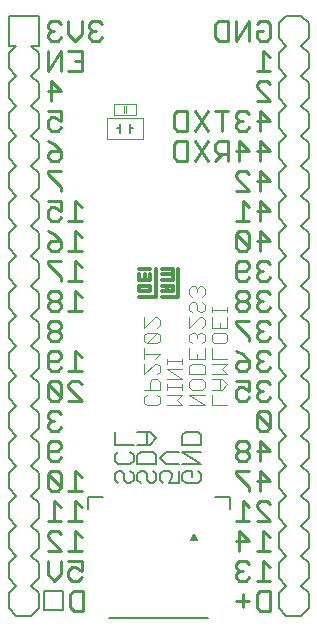
<source format=gbo>
G75*
%MOIN*%
%OFA0B0*%
%FSLAX25Y25*%
%IPPOS*%
%LPD*%
%AMOC8*
5,1,8,0,0,1.08239X$1,22.5*
%
%ADD10C,0.00900*%
%ADD11C,0.00800*%
%ADD12C,0.00400*%
%ADD13C,0.00100*%
%ADD14C,0.00600*%
%ADD15C,0.00394*%
%ADD16C,0.00500*%
%ADD17C,0.01200*%
D10*
X0017290Y0018952D02*
X0017290Y0023356D01*
X0017290Y0026750D02*
X0021693Y0026750D01*
X0017290Y0031154D01*
X0017290Y0032255D01*
X0018391Y0033356D01*
X0020592Y0033356D01*
X0021693Y0032255D01*
X0021693Y0036750D02*
X0017290Y0036750D01*
X0019492Y0036750D02*
X0019492Y0043356D01*
X0021693Y0041154D01*
X0024196Y0036750D02*
X0028599Y0036750D01*
X0026397Y0036750D02*
X0026397Y0043356D01*
X0028599Y0041154D01*
X0028599Y0046750D02*
X0024196Y0046750D01*
X0026397Y0046750D02*
X0026397Y0053356D01*
X0028599Y0051154D01*
X0021693Y0052255D02*
X0021693Y0047851D01*
X0017290Y0052255D01*
X0017290Y0047851D01*
X0018391Y0046750D01*
X0020592Y0046750D01*
X0021693Y0047851D01*
X0021693Y0052255D02*
X0020592Y0053356D01*
X0018391Y0053356D01*
X0017290Y0052255D01*
X0018391Y0056750D02*
X0017290Y0057851D01*
X0017290Y0062255D01*
X0018391Y0063356D01*
X0020592Y0063356D01*
X0021693Y0062255D01*
X0021693Y0061154D01*
X0020592Y0060053D01*
X0017290Y0060053D01*
X0018391Y0056750D02*
X0020592Y0056750D01*
X0021693Y0057851D01*
X0020592Y0066750D02*
X0018391Y0066750D01*
X0017290Y0067851D01*
X0017290Y0068952D01*
X0018391Y0070053D01*
X0019492Y0070053D01*
X0018391Y0070053D02*
X0017290Y0071154D01*
X0017290Y0072255D01*
X0018391Y0073356D01*
X0020592Y0073356D01*
X0021693Y0072255D01*
X0021693Y0067851D02*
X0020592Y0066750D01*
X0020592Y0076750D02*
X0018391Y0076750D01*
X0017290Y0077851D01*
X0017290Y0082255D01*
X0021693Y0077851D01*
X0020592Y0076750D01*
X0021693Y0077851D02*
X0021693Y0082255D01*
X0020592Y0083356D01*
X0018391Y0083356D01*
X0017290Y0082255D01*
X0018391Y0086750D02*
X0017290Y0087851D01*
X0017290Y0092255D01*
X0018391Y0093356D01*
X0020592Y0093356D01*
X0021693Y0092255D01*
X0021693Y0091154D01*
X0020592Y0090053D01*
X0017290Y0090053D01*
X0018391Y0086750D02*
X0020592Y0086750D01*
X0021693Y0087851D01*
X0024196Y0086750D02*
X0028599Y0086750D01*
X0026397Y0086750D02*
X0026397Y0093356D01*
X0028599Y0091154D01*
X0027498Y0083356D02*
X0025296Y0083356D01*
X0024196Y0082255D01*
X0024196Y0081154D01*
X0028599Y0076750D01*
X0024196Y0076750D01*
X0028599Y0082255D02*
X0027498Y0083356D01*
X0020592Y0096750D02*
X0021693Y0097851D01*
X0021693Y0098952D01*
X0020592Y0100053D01*
X0018391Y0100053D01*
X0017290Y0098952D01*
X0017290Y0097851D01*
X0018391Y0096750D01*
X0020592Y0096750D01*
X0020592Y0100053D02*
X0021693Y0101154D01*
X0021693Y0102255D01*
X0020592Y0103356D01*
X0018391Y0103356D01*
X0017290Y0102255D01*
X0017290Y0101154D01*
X0018391Y0100053D01*
X0018391Y0106750D02*
X0020592Y0106750D01*
X0021693Y0107851D01*
X0021693Y0108952D01*
X0020592Y0110053D01*
X0018391Y0110053D01*
X0017290Y0108952D01*
X0017290Y0107851D01*
X0018391Y0106750D01*
X0018391Y0110053D02*
X0017290Y0111154D01*
X0017290Y0112255D01*
X0018391Y0113356D01*
X0020592Y0113356D01*
X0021693Y0112255D01*
X0021693Y0111154D01*
X0020592Y0110053D01*
X0021693Y0116750D02*
X0021693Y0117851D01*
X0017290Y0122255D01*
X0017290Y0123356D01*
X0021693Y0123356D01*
X0020592Y0126750D02*
X0018391Y0126750D01*
X0017290Y0127851D01*
X0017290Y0128952D01*
X0018391Y0130053D01*
X0021693Y0130053D01*
X0021693Y0127851D01*
X0020592Y0126750D01*
X0021693Y0130053D02*
X0019492Y0132255D01*
X0017290Y0133356D01*
X0018391Y0136750D02*
X0017290Y0137851D01*
X0017290Y0140053D01*
X0018391Y0141154D01*
X0019492Y0141154D01*
X0021693Y0140053D01*
X0021693Y0143356D01*
X0017290Y0143356D01*
X0018391Y0136750D02*
X0020592Y0136750D01*
X0021693Y0137851D01*
X0024196Y0136750D02*
X0028599Y0136750D01*
X0026397Y0136750D02*
X0026397Y0143356D01*
X0028599Y0141154D01*
X0026397Y0133356D02*
X0026397Y0126750D01*
X0024196Y0126750D02*
X0028599Y0126750D01*
X0026397Y0123356D02*
X0026397Y0116750D01*
X0024196Y0116750D02*
X0028599Y0116750D01*
X0026397Y0113356D02*
X0026397Y0106750D01*
X0024196Y0106750D02*
X0028599Y0106750D01*
X0028599Y0111154D02*
X0026397Y0113356D01*
X0028599Y0121154D02*
X0026397Y0123356D01*
X0028599Y0131154D02*
X0026397Y0133356D01*
X0021693Y0146750D02*
X0021693Y0147851D01*
X0017290Y0152255D01*
X0017290Y0153356D01*
X0021693Y0153356D01*
X0020592Y0156750D02*
X0018391Y0156750D01*
X0017290Y0157851D01*
X0017290Y0158952D01*
X0018391Y0160053D01*
X0021693Y0160053D01*
X0021693Y0157851D01*
X0020592Y0156750D01*
X0021693Y0160053D02*
X0019492Y0162255D01*
X0017290Y0163356D01*
X0018391Y0166750D02*
X0017290Y0167851D01*
X0017290Y0170053D01*
X0018391Y0171154D01*
X0019492Y0171154D01*
X0021693Y0170053D01*
X0021693Y0173356D01*
X0017290Y0173356D01*
X0018391Y0176750D02*
X0018391Y0183356D01*
X0021693Y0180053D01*
X0017290Y0180053D01*
X0017290Y0186750D02*
X0017290Y0193356D01*
X0018391Y0196750D02*
X0020592Y0196750D01*
X0021693Y0197851D01*
X0019492Y0200053D02*
X0018391Y0200053D01*
X0017290Y0198952D01*
X0017290Y0197851D01*
X0018391Y0196750D01*
X0018391Y0200053D02*
X0017290Y0201154D01*
X0017290Y0202255D01*
X0018391Y0203356D01*
X0020592Y0203356D01*
X0021693Y0202255D01*
X0024196Y0203356D02*
X0024196Y0198952D01*
X0026397Y0196750D01*
X0028599Y0198952D01*
X0028599Y0203356D01*
X0031101Y0202255D02*
X0031101Y0201154D01*
X0032202Y0200053D01*
X0031101Y0198952D01*
X0031101Y0197851D01*
X0032202Y0196750D01*
X0034404Y0196750D01*
X0035505Y0197851D01*
X0033303Y0200053D02*
X0032202Y0200053D01*
X0031101Y0202255D02*
X0032202Y0203356D01*
X0034404Y0203356D01*
X0035505Y0202255D01*
X0028599Y0193356D02*
X0028599Y0186750D01*
X0024196Y0186750D01*
X0026397Y0190053D02*
X0028599Y0190053D01*
X0028599Y0193356D02*
X0024196Y0193356D01*
X0021693Y0193356D02*
X0017290Y0186750D01*
X0021693Y0186750D02*
X0021693Y0193356D01*
X0021693Y0167851D02*
X0020592Y0166750D01*
X0018391Y0166750D01*
X0059323Y0167851D02*
X0059323Y0172255D01*
X0060424Y0173356D01*
X0063726Y0173356D01*
X0063726Y0166750D01*
X0060424Y0166750D01*
X0059323Y0167851D01*
X0060424Y0163356D02*
X0059323Y0162255D01*
X0059323Y0157851D01*
X0060424Y0156750D01*
X0063726Y0156750D01*
X0063726Y0163356D01*
X0060424Y0163356D01*
X0066229Y0163356D02*
X0070632Y0156750D01*
X0073134Y0156750D02*
X0075336Y0158952D01*
X0074235Y0158952D02*
X0077538Y0158952D01*
X0077538Y0156750D02*
X0077538Y0163356D01*
X0074235Y0163356D01*
X0073134Y0162255D01*
X0073134Y0160053D01*
X0074235Y0158952D01*
X0070632Y0163356D02*
X0066229Y0156750D01*
X0066229Y0166750D02*
X0070632Y0173356D01*
X0073134Y0173356D02*
X0077538Y0173356D01*
X0075336Y0173356D02*
X0075336Y0166750D01*
X0070632Y0166750D02*
X0066229Y0173356D01*
X0074235Y0196750D02*
X0073134Y0197851D01*
X0073134Y0202255D01*
X0074235Y0203356D01*
X0077538Y0203356D01*
X0077538Y0196750D01*
X0074235Y0196750D01*
X0080040Y0196750D02*
X0080040Y0203356D01*
X0084444Y0203356D02*
X0080040Y0196750D01*
X0084444Y0196750D02*
X0084444Y0203356D01*
X0086946Y0202255D02*
X0088047Y0203356D01*
X0090249Y0203356D01*
X0091350Y0202255D01*
X0091350Y0197851D01*
X0090249Y0196750D01*
X0088047Y0196750D01*
X0086946Y0197851D01*
X0086946Y0200053D01*
X0089148Y0200053D01*
X0089148Y0193356D02*
X0089148Y0186750D01*
X0088047Y0183356D02*
X0090249Y0183356D01*
X0091350Y0182255D01*
X0091350Y0186750D02*
X0086946Y0186750D01*
X0088047Y0183356D02*
X0086946Y0182255D01*
X0086946Y0181154D01*
X0091350Y0176750D01*
X0086946Y0176750D01*
X0088047Y0173356D02*
X0091350Y0170053D01*
X0086946Y0170053D01*
X0088047Y0166750D02*
X0088047Y0173356D01*
X0084444Y0172255D02*
X0083343Y0173356D01*
X0081141Y0173356D01*
X0080040Y0172255D01*
X0080040Y0171154D01*
X0081141Y0170053D01*
X0080040Y0168952D01*
X0080040Y0167851D01*
X0081141Y0166750D01*
X0083343Y0166750D01*
X0084444Y0167851D01*
X0082242Y0170053D02*
X0081141Y0170053D01*
X0081141Y0163356D02*
X0084444Y0160053D01*
X0080040Y0160053D01*
X0081141Y0156750D02*
X0081141Y0163356D01*
X0081141Y0153356D02*
X0080040Y0152255D01*
X0080040Y0151154D01*
X0084444Y0146750D01*
X0080040Y0146750D01*
X0082242Y0143356D02*
X0082242Y0136750D01*
X0084444Y0136750D02*
X0080040Y0136750D01*
X0081141Y0133356D02*
X0080040Y0132255D01*
X0084444Y0127851D01*
X0083343Y0126750D01*
X0081141Y0126750D01*
X0080040Y0127851D01*
X0080040Y0132255D01*
X0081141Y0133356D02*
X0083343Y0133356D01*
X0084444Y0132255D01*
X0084444Y0127851D01*
X0083343Y0123356D02*
X0084444Y0122255D01*
X0084444Y0121154D01*
X0083343Y0120053D01*
X0080040Y0120053D01*
X0080040Y0117851D02*
X0080040Y0122255D01*
X0081141Y0123356D01*
X0083343Y0123356D01*
X0084444Y0117851D02*
X0083343Y0116750D01*
X0081141Y0116750D01*
X0080040Y0117851D01*
X0081141Y0113356D02*
X0080040Y0112255D01*
X0080040Y0111154D01*
X0081141Y0110053D01*
X0083343Y0110053D01*
X0084444Y0111154D01*
X0084444Y0112255D01*
X0083343Y0113356D01*
X0081141Y0113356D01*
X0081141Y0110053D02*
X0080040Y0108952D01*
X0080040Y0107851D01*
X0081141Y0106750D01*
X0083343Y0106750D01*
X0084444Y0107851D01*
X0084444Y0108952D01*
X0083343Y0110053D01*
X0084444Y0103356D02*
X0080040Y0103356D01*
X0080040Y0102255D01*
X0084444Y0097851D01*
X0084444Y0096750D01*
X0086946Y0097851D02*
X0088047Y0096750D01*
X0090249Y0096750D01*
X0091350Y0097851D01*
X0089148Y0100053D02*
X0088047Y0100053D01*
X0086946Y0098952D01*
X0086946Y0097851D01*
X0088047Y0100053D02*
X0086946Y0101154D01*
X0086946Y0102255D01*
X0088047Y0103356D01*
X0090249Y0103356D01*
X0091350Y0102255D01*
X0090249Y0106750D02*
X0091350Y0107851D01*
X0090249Y0106750D02*
X0088047Y0106750D01*
X0086946Y0107851D01*
X0086946Y0108952D01*
X0088047Y0110053D01*
X0089148Y0110053D01*
X0088047Y0110053D02*
X0086946Y0111154D01*
X0086946Y0112255D01*
X0088047Y0113356D01*
X0090249Y0113356D01*
X0091350Y0112255D01*
X0090249Y0116750D02*
X0091350Y0117851D01*
X0090249Y0116750D02*
X0088047Y0116750D01*
X0086946Y0117851D01*
X0086946Y0118952D01*
X0088047Y0120053D01*
X0089148Y0120053D01*
X0088047Y0120053D02*
X0086946Y0121154D01*
X0086946Y0122255D01*
X0088047Y0123356D01*
X0090249Y0123356D01*
X0091350Y0122255D01*
X0088047Y0126750D02*
X0088047Y0133356D01*
X0091350Y0130053D01*
X0086946Y0130053D01*
X0088047Y0136750D02*
X0088047Y0143356D01*
X0091350Y0140053D01*
X0086946Y0140053D01*
X0084444Y0141154D02*
X0082242Y0143356D01*
X0084444Y0152255D02*
X0083343Y0153356D01*
X0081141Y0153356D01*
X0086946Y0150053D02*
X0091350Y0150053D01*
X0088047Y0153356D01*
X0088047Y0146750D01*
X0088047Y0156750D02*
X0088047Y0163356D01*
X0091350Y0160053D01*
X0086946Y0160053D01*
X0091350Y0191154D02*
X0089148Y0193356D01*
X0088047Y0093356D02*
X0086946Y0092255D01*
X0086946Y0091154D01*
X0088047Y0090053D01*
X0086946Y0088952D01*
X0086946Y0087851D01*
X0088047Y0086750D01*
X0090249Y0086750D01*
X0091350Y0087851D01*
X0089148Y0090053D02*
X0088047Y0090053D01*
X0088047Y0093356D02*
X0090249Y0093356D01*
X0091350Y0092255D01*
X0090249Y0083356D02*
X0088047Y0083356D01*
X0086946Y0082255D01*
X0086946Y0081154D01*
X0088047Y0080053D01*
X0086946Y0078952D01*
X0086946Y0077851D01*
X0088047Y0076750D01*
X0090249Y0076750D01*
X0091350Y0077851D01*
X0089148Y0080053D02*
X0088047Y0080053D01*
X0091350Y0082255D02*
X0090249Y0083356D01*
X0090249Y0073356D02*
X0088047Y0073356D01*
X0086946Y0072255D01*
X0091350Y0067851D01*
X0090249Y0066750D01*
X0088047Y0066750D01*
X0086946Y0067851D01*
X0086946Y0072255D01*
X0090249Y0073356D02*
X0091350Y0072255D01*
X0091350Y0067851D01*
X0088047Y0063356D02*
X0091350Y0060053D01*
X0086946Y0060053D01*
X0088047Y0056750D02*
X0088047Y0063356D01*
X0084444Y0062255D02*
X0084444Y0061154D01*
X0083343Y0060053D01*
X0081141Y0060053D01*
X0080040Y0058952D01*
X0080040Y0057851D01*
X0081141Y0056750D01*
X0083343Y0056750D01*
X0084444Y0057851D01*
X0084444Y0058952D01*
X0083343Y0060053D01*
X0084444Y0062255D02*
X0083343Y0063356D01*
X0081141Y0063356D01*
X0080040Y0062255D01*
X0080040Y0061154D01*
X0081141Y0060053D01*
X0080040Y0053356D02*
X0080040Y0052255D01*
X0084444Y0047851D01*
X0084444Y0046750D01*
X0082242Y0043356D02*
X0082242Y0036750D01*
X0084444Y0036750D02*
X0080040Y0036750D01*
X0081141Y0033356D02*
X0084444Y0030053D01*
X0080040Y0030053D01*
X0081141Y0026750D02*
X0081141Y0033356D01*
X0084444Y0041154D02*
X0082242Y0043356D01*
X0086946Y0042255D02*
X0086946Y0041154D01*
X0091350Y0036750D01*
X0086946Y0036750D01*
X0089148Y0033356D02*
X0089148Y0026750D01*
X0089148Y0023356D02*
X0089148Y0016750D01*
X0088047Y0013356D02*
X0091350Y0013356D01*
X0091350Y0006750D01*
X0088047Y0006750D01*
X0086946Y0007851D01*
X0086946Y0012255D01*
X0088047Y0013356D01*
X0086946Y0016750D02*
X0091350Y0016750D01*
X0091350Y0021154D02*
X0089148Y0023356D01*
X0091350Y0026750D02*
X0086946Y0026750D01*
X0083343Y0023356D02*
X0084444Y0022255D01*
X0083343Y0023356D02*
X0081141Y0023356D01*
X0080040Y0022255D01*
X0080040Y0021154D01*
X0081141Y0020053D01*
X0080040Y0018952D01*
X0080040Y0017851D01*
X0081141Y0016750D01*
X0083343Y0016750D01*
X0084444Y0017851D01*
X0082242Y0020053D02*
X0081141Y0020053D01*
X0082242Y0012255D02*
X0082242Y0007851D01*
X0084444Y0010053D02*
X0080040Y0010053D01*
X0091350Y0031154D02*
X0089148Y0033356D01*
X0086946Y0042255D02*
X0088047Y0043356D01*
X0090249Y0043356D01*
X0091350Y0042255D01*
X0088047Y0046750D02*
X0088047Y0053356D01*
X0091350Y0050053D01*
X0086946Y0050053D01*
X0084444Y0053356D02*
X0080040Y0053356D01*
X0081141Y0076750D02*
X0083343Y0076750D01*
X0084444Y0077851D01*
X0084444Y0080053D02*
X0082242Y0081154D01*
X0081141Y0081154D01*
X0080040Y0080053D01*
X0080040Y0077851D01*
X0081141Y0076750D01*
X0084444Y0080053D02*
X0084444Y0083356D01*
X0080040Y0083356D01*
X0081141Y0086750D02*
X0080040Y0087851D01*
X0080040Y0088952D01*
X0081141Y0090053D01*
X0084444Y0090053D01*
X0084444Y0087851D01*
X0083343Y0086750D01*
X0081141Y0086750D01*
X0084444Y0090053D02*
X0082242Y0092255D01*
X0080040Y0093356D01*
X0026397Y0033356D02*
X0028599Y0031154D01*
X0026397Y0033356D02*
X0026397Y0026750D01*
X0024196Y0026750D02*
X0028599Y0026750D01*
X0028599Y0023356D02*
X0028599Y0020053D01*
X0026397Y0021154D01*
X0025296Y0021154D01*
X0024196Y0020053D01*
X0024196Y0017851D01*
X0025296Y0016750D01*
X0027498Y0016750D01*
X0028599Y0017851D01*
X0029193Y0013356D02*
X0025891Y0013356D01*
X0024790Y0012255D01*
X0024790Y0007851D01*
X0025891Y0006750D01*
X0029193Y0006750D01*
X0029193Y0013356D01*
X0028599Y0023356D02*
X0024196Y0023356D01*
X0021693Y0023356D02*
X0021693Y0018952D01*
X0019492Y0016750D01*
X0017290Y0018952D01*
D11*
X0004300Y0007550D02*
X0006800Y0005050D01*
X0011800Y0005050D01*
X0014300Y0007550D01*
X0014300Y0012550D01*
X0011800Y0015050D01*
X0014300Y0017550D01*
X0014300Y0022550D01*
X0011800Y0025050D01*
X0014300Y0027550D01*
X0014300Y0032550D01*
X0011800Y0035050D01*
X0014300Y0037550D01*
X0014300Y0042550D01*
X0011800Y0045050D01*
X0014300Y0047550D01*
X0014300Y0052550D01*
X0011800Y0055050D01*
X0014300Y0057550D01*
X0014300Y0062550D01*
X0011800Y0065050D01*
X0014300Y0067550D01*
X0014300Y0072550D01*
X0011800Y0075050D01*
X0014300Y0077550D01*
X0014300Y0082550D01*
X0011800Y0085050D01*
X0014300Y0087550D01*
X0014300Y0092550D01*
X0011800Y0095050D01*
X0014300Y0097550D01*
X0014300Y0102550D01*
X0011800Y0105050D01*
X0014300Y0107550D01*
X0014300Y0112550D01*
X0011800Y0115050D01*
X0014300Y0117550D01*
X0014300Y0122550D01*
X0011800Y0125050D01*
X0014300Y0127550D01*
X0014300Y0132550D01*
X0011800Y0135050D01*
X0014300Y0137550D01*
X0014300Y0142550D01*
X0011800Y0145050D01*
X0014300Y0147550D01*
X0014300Y0152550D01*
X0011800Y0155050D01*
X0014300Y0157550D01*
X0014300Y0162550D01*
X0011800Y0165050D01*
X0014300Y0167550D01*
X0014300Y0172550D01*
X0011800Y0175050D01*
X0014300Y0177550D01*
X0014300Y0182550D01*
X0011800Y0185050D01*
X0014300Y0187550D01*
X0014300Y0192550D01*
X0011800Y0195050D01*
X0014300Y0195050D01*
X0014300Y0205050D01*
X0011800Y0205050D01*
X0006800Y0205050D01*
X0004300Y0205050D01*
X0004300Y0195050D01*
X0006800Y0195050D01*
X0004300Y0192550D01*
X0004300Y0187550D01*
X0006800Y0185050D01*
X0004300Y0182550D01*
X0004300Y0177550D01*
X0006800Y0175050D01*
X0004300Y0172550D01*
X0004300Y0167550D01*
X0006800Y0165050D01*
X0004300Y0162550D01*
X0004300Y0157550D01*
X0006800Y0155050D01*
X0004300Y0152550D01*
X0004300Y0147550D01*
X0006800Y0145050D01*
X0004300Y0142550D01*
X0004300Y0137550D01*
X0006800Y0135050D01*
X0004300Y0132550D01*
X0004300Y0127550D01*
X0006800Y0125050D01*
X0004300Y0122550D01*
X0004300Y0117550D01*
X0006800Y0115050D01*
X0004300Y0112550D01*
X0004300Y0107550D01*
X0006800Y0105050D01*
X0004300Y0102550D01*
X0004300Y0097550D01*
X0006800Y0095050D01*
X0004300Y0092550D01*
X0004300Y0087550D01*
X0006800Y0085050D01*
X0004300Y0082550D01*
X0004300Y0077550D01*
X0006800Y0075050D01*
X0004300Y0072550D01*
X0004300Y0067550D01*
X0006800Y0065050D01*
X0004300Y0062550D01*
X0004300Y0057550D01*
X0006800Y0055050D01*
X0004300Y0052550D01*
X0004300Y0047550D01*
X0006800Y0045050D01*
X0004300Y0042550D01*
X0004300Y0037550D01*
X0006800Y0035050D01*
X0004300Y0032550D01*
X0004300Y0027550D01*
X0006800Y0025050D01*
X0004300Y0022550D01*
X0004300Y0017550D01*
X0006800Y0015050D01*
X0004300Y0012550D01*
X0004300Y0007550D01*
X0040734Y0049200D02*
X0039700Y0050234D01*
X0039700Y0052303D01*
X0040734Y0053337D01*
X0041768Y0053337D01*
X0042803Y0052303D01*
X0042803Y0050234D01*
X0043837Y0049200D01*
X0044871Y0049200D01*
X0045905Y0050234D01*
X0045905Y0052303D01*
X0044871Y0053337D01*
X0044871Y0055645D02*
X0040734Y0055645D01*
X0039700Y0056680D01*
X0039700Y0058748D01*
X0040734Y0059782D01*
X0039700Y0062091D02*
X0039700Y0066228D01*
X0039700Y0062091D02*
X0045905Y0062091D01*
X0047200Y0062091D02*
X0051337Y0062091D01*
X0053405Y0064159D01*
X0051337Y0066228D01*
X0047200Y0066228D01*
X0050303Y0066228D02*
X0050303Y0062091D01*
X0052371Y0059782D02*
X0048234Y0059782D01*
X0047200Y0058748D01*
X0047200Y0055645D01*
X0053405Y0055645D01*
X0053405Y0058748D01*
X0052371Y0059782D01*
X0054700Y0057714D02*
X0056768Y0059782D01*
X0060905Y0059782D01*
X0062200Y0059782D02*
X0068405Y0059782D01*
X0068405Y0062091D02*
X0068405Y0065194D01*
X0067371Y0066228D01*
X0063234Y0066228D01*
X0062200Y0065194D01*
X0062200Y0062091D01*
X0068405Y0062091D01*
X0068405Y0055645D02*
X0062200Y0059782D01*
X0062200Y0055645D02*
X0068405Y0055645D01*
X0067371Y0053337D02*
X0068405Y0052303D01*
X0068405Y0050234D01*
X0067371Y0049200D01*
X0063234Y0049200D01*
X0062200Y0050234D01*
X0062200Y0052303D01*
X0063234Y0053337D01*
X0065303Y0053337D01*
X0065303Y0051268D01*
X0060905Y0049200D02*
X0057803Y0049200D01*
X0058837Y0051268D01*
X0058837Y0052303D01*
X0057803Y0053337D01*
X0055734Y0053337D01*
X0054700Y0052303D01*
X0054700Y0050234D01*
X0055734Y0049200D01*
X0053405Y0050234D02*
X0052371Y0049200D01*
X0051337Y0049200D01*
X0050303Y0050234D01*
X0050303Y0052303D01*
X0049268Y0053337D01*
X0048234Y0053337D01*
X0047200Y0052303D01*
X0047200Y0050234D01*
X0048234Y0049200D01*
X0044871Y0055645D02*
X0045905Y0056680D01*
X0045905Y0058748D01*
X0044871Y0059782D01*
X0052371Y0053337D02*
X0053405Y0052303D01*
X0053405Y0050234D01*
X0056768Y0055645D02*
X0054700Y0057714D01*
X0056768Y0055645D02*
X0060905Y0055645D01*
X0060905Y0053337D02*
X0060905Y0049200D01*
X0094300Y0047550D02*
X0096800Y0045050D01*
X0094300Y0042550D01*
X0094300Y0037550D01*
X0096800Y0035050D01*
X0094300Y0032550D01*
X0094300Y0027550D01*
X0096800Y0025050D01*
X0094300Y0022550D01*
X0094300Y0017550D01*
X0096800Y0015050D01*
X0094300Y0012550D01*
X0094300Y0007550D01*
X0096800Y0005050D01*
X0101800Y0005050D01*
X0104300Y0007550D01*
X0104300Y0012550D01*
X0101800Y0015050D01*
X0104300Y0017550D01*
X0104300Y0022550D01*
X0101800Y0025050D01*
X0104300Y0027550D01*
X0104300Y0032550D01*
X0101800Y0035050D01*
X0104300Y0037550D01*
X0104300Y0042550D01*
X0101800Y0045050D01*
X0104300Y0047550D01*
X0104300Y0052550D01*
X0101800Y0055050D01*
X0104300Y0057550D01*
X0104300Y0062550D01*
X0101800Y0065050D01*
X0104300Y0067550D01*
X0104300Y0072550D01*
X0101800Y0075050D01*
X0104300Y0077550D01*
X0104300Y0082550D01*
X0101800Y0085050D01*
X0104300Y0087550D01*
X0104300Y0092550D01*
X0101800Y0095050D01*
X0104300Y0097550D01*
X0104300Y0102550D01*
X0101800Y0105050D01*
X0104300Y0107550D01*
X0104300Y0112550D01*
X0101800Y0115050D01*
X0104300Y0117550D01*
X0104300Y0122550D01*
X0101800Y0125050D01*
X0104300Y0127550D01*
X0104300Y0132550D01*
X0101800Y0135050D01*
X0104300Y0137550D01*
X0104300Y0142550D01*
X0101800Y0145050D01*
X0104300Y0147550D01*
X0104300Y0152550D01*
X0101800Y0155050D01*
X0104300Y0157550D01*
X0104300Y0162550D01*
X0101800Y0165050D01*
X0104300Y0167550D01*
X0104300Y0172550D01*
X0101800Y0175050D01*
X0104300Y0177550D01*
X0104300Y0182550D01*
X0101800Y0185050D01*
X0104300Y0187550D01*
X0104300Y0192550D01*
X0101800Y0195050D01*
X0104300Y0197550D01*
X0104300Y0202550D01*
X0101800Y0205050D01*
X0096800Y0205050D01*
X0094300Y0202550D01*
X0094300Y0197550D01*
X0096800Y0195050D01*
X0094300Y0192550D01*
X0094300Y0187550D01*
X0096800Y0185050D01*
X0094300Y0182550D01*
X0094300Y0177550D01*
X0096800Y0175050D01*
X0094300Y0172550D01*
X0094300Y0167550D01*
X0096800Y0165050D01*
X0094300Y0162550D01*
X0094300Y0157550D01*
X0096800Y0155050D01*
X0094300Y0152550D01*
X0094300Y0147550D01*
X0096800Y0145050D01*
X0094300Y0142550D01*
X0094300Y0137550D01*
X0096800Y0135050D01*
X0094300Y0132550D01*
X0094300Y0127550D01*
X0096800Y0125050D01*
X0094300Y0122550D01*
X0094300Y0117550D01*
X0096800Y0115050D01*
X0094300Y0112550D01*
X0094300Y0107550D01*
X0096800Y0105050D01*
X0094300Y0102550D01*
X0094300Y0097550D01*
X0096800Y0095050D01*
X0094300Y0092550D01*
X0094300Y0087550D01*
X0096800Y0085050D01*
X0094300Y0082550D01*
X0094300Y0077550D01*
X0096800Y0075050D01*
X0094300Y0072550D01*
X0094300Y0067550D01*
X0096800Y0065050D01*
X0094300Y0062550D01*
X0094300Y0057550D01*
X0096800Y0055050D01*
X0094300Y0052550D01*
X0094300Y0047550D01*
D12*
X0077204Y0075250D02*
X0072000Y0075250D01*
X0072000Y0078720D01*
X0072000Y0080406D02*
X0075470Y0080406D01*
X0077204Y0082141D01*
X0075470Y0083876D01*
X0072000Y0083876D01*
X0072000Y0085563D02*
X0077204Y0085563D01*
X0075470Y0087298D01*
X0077204Y0089032D01*
X0072000Y0089032D01*
X0072000Y0090719D02*
X0072000Y0094189D01*
X0072867Y0095876D02*
X0072000Y0096743D01*
X0072000Y0098478D01*
X0072867Y0099345D01*
X0076337Y0099345D01*
X0077204Y0098478D01*
X0077204Y0096743D01*
X0076337Y0095876D01*
X0072867Y0095876D01*
X0072000Y0090719D02*
X0077204Y0090719D01*
X0074602Y0083876D02*
X0074602Y0080406D01*
X0069704Y0081274D02*
X0068837Y0080406D01*
X0065367Y0080406D01*
X0064500Y0081274D01*
X0064500Y0083009D01*
X0065367Y0083876D01*
X0068837Y0083876D01*
X0069704Y0083009D01*
X0069704Y0081274D01*
X0069704Y0078720D02*
X0064500Y0078720D01*
X0069704Y0075250D01*
X0064500Y0075250D01*
X0062204Y0075250D02*
X0060470Y0076985D01*
X0062204Y0078720D01*
X0057000Y0078720D01*
X0057000Y0080406D02*
X0057000Y0082141D01*
X0057000Y0081274D02*
X0062204Y0081274D01*
X0062204Y0082141D02*
X0062204Y0080406D01*
X0062204Y0083844D02*
X0057000Y0087314D01*
X0062204Y0087314D01*
X0062204Y0089000D02*
X0062204Y0090735D01*
X0062204Y0089868D02*
X0057000Y0089868D01*
X0057000Y0090735D02*
X0057000Y0089000D01*
X0054704Y0088165D02*
X0054704Y0086430D01*
X0053837Y0085563D01*
X0053837Y0083876D02*
X0052102Y0083876D01*
X0051235Y0083009D01*
X0051235Y0080406D01*
X0050367Y0078720D02*
X0049500Y0077852D01*
X0049500Y0076117D01*
X0050367Y0075250D01*
X0053837Y0075250D01*
X0054704Y0076117D01*
X0054704Y0077852D01*
X0053837Y0078720D01*
X0054704Y0080406D02*
X0054704Y0083009D01*
X0053837Y0083876D01*
X0054704Y0080406D02*
X0049500Y0080406D01*
X0049500Y0085563D02*
X0052970Y0089032D01*
X0053837Y0089032D01*
X0054704Y0088165D01*
X0052970Y0090719D02*
X0054704Y0092454D01*
X0049500Y0092454D01*
X0049500Y0090719D02*
X0049500Y0094189D01*
X0050367Y0095876D02*
X0053837Y0099345D01*
X0050367Y0099345D01*
X0049500Y0098478D01*
X0049500Y0096743D01*
X0050367Y0095876D01*
X0053837Y0095876D01*
X0054704Y0096743D01*
X0054704Y0098478D01*
X0053837Y0099345D01*
X0053837Y0101032D02*
X0054704Y0101899D01*
X0054704Y0103634D01*
X0053837Y0104502D01*
X0052970Y0104502D01*
X0049500Y0101032D01*
X0049500Y0104502D01*
X0049500Y0089032D02*
X0049500Y0085563D01*
X0057000Y0083844D02*
X0062204Y0083844D01*
X0064500Y0085563D02*
X0064500Y0088165D01*
X0065367Y0089032D01*
X0068837Y0089032D01*
X0069704Y0088165D01*
X0069704Y0085563D01*
X0064500Y0085563D01*
X0064500Y0090719D02*
X0064500Y0094189D01*
X0065367Y0095876D02*
X0064500Y0096743D01*
X0064500Y0098478D01*
X0065367Y0099345D01*
X0066235Y0099345D01*
X0067102Y0098478D01*
X0067102Y0097610D01*
X0067102Y0098478D02*
X0067970Y0099345D01*
X0068837Y0099345D01*
X0069704Y0098478D01*
X0069704Y0096743D01*
X0068837Y0095876D01*
X0069704Y0094189D02*
X0069704Y0090719D01*
X0064500Y0090719D01*
X0067102Y0090719D02*
X0067102Y0092454D01*
X0068837Y0101032D02*
X0069704Y0101899D01*
X0069704Y0103634D01*
X0068837Y0104502D01*
X0067970Y0104502D01*
X0064500Y0101032D01*
X0064500Y0104502D01*
X0065367Y0106188D02*
X0064500Y0107056D01*
X0064500Y0108791D01*
X0065367Y0109658D01*
X0066235Y0109658D01*
X0067102Y0108791D01*
X0067102Y0107056D01*
X0067970Y0106188D01*
X0068837Y0106188D01*
X0069704Y0107056D01*
X0069704Y0108791D01*
X0068837Y0109658D01*
X0068837Y0111345D02*
X0069704Y0112212D01*
X0069704Y0113947D01*
X0068837Y0114814D01*
X0067970Y0114814D01*
X0067102Y0113947D01*
X0066235Y0114814D01*
X0065367Y0114814D01*
X0064500Y0113947D01*
X0064500Y0112212D01*
X0065367Y0111345D01*
X0067102Y0113080D02*
X0067102Y0113947D01*
X0072000Y0107923D02*
X0072000Y0106188D01*
X0072000Y0107056D02*
X0077204Y0107056D01*
X0077204Y0107923D02*
X0077204Y0106188D01*
X0077204Y0104502D02*
X0077204Y0101032D01*
X0072000Y0101032D01*
X0072000Y0104502D01*
X0074602Y0102767D02*
X0074602Y0101032D01*
X0062204Y0075250D02*
X0057000Y0075250D01*
D13*
X0048987Y0164113D02*
X0037113Y0164113D01*
X0037113Y0170988D01*
X0048987Y0170988D01*
X0048987Y0164113D01*
X0046790Y0171831D02*
X0046790Y0175769D01*
X0039310Y0175769D01*
X0039310Y0171831D01*
X0046790Y0171831D01*
D14*
X0044748Y0169125D02*
X0044748Y0167550D01*
X0044748Y0165975D01*
X0044748Y0167550D02*
X0045707Y0167550D01*
X0041352Y0167550D02*
X0041352Y0165975D01*
X0041352Y0167550D02*
X0040393Y0167550D01*
X0041352Y0167550D02*
X0041352Y0169125D01*
X0022425Y0013175D02*
X0016175Y0013175D01*
X0016175Y0006925D01*
X0022425Y0006925D01*
X0022425Y0013175D01*
D15*
X0042706Y0172580D02*
X0042706Y0173800D01*
X0042706Y0175020D01*
X0043394Y0175020D02*
X0043394Y0173800D01*
X0043394Y0172580D01*
D16*
X0035599Y0044509D02*
X0030678Y0044509D01*
X0030678Y0040572D01*
X0037765Y0004253D02*
X0070835Y0004253D01*
X0067095Y0030237D02*
X0065127Y0030237D01*
X0066111Y0032206D01*
X0067095Y0030237D01*
X0066980Y0030467D02*
X0065242Y0030467D01*
X0065491Y0030965D02*
X0066731Y0030965D01*
X0066482Y0031464D02*
X0065740Y0031464D01*
X0065989Y0031962D02*
X0066233Y0031962D01*
X0073001Y0044509D02*
X0077922Y0044509D01*
X0077922Y0040572D01*
D17*
X0060862Y0111300D02*
X0055237Y0111300D01*
X0053362Y0111300D02*
X0047737Y0111300D01*
X0047737Y0113175D02*
X0047737Y0115050D01*
X0051487Y0115050D01*
X0051487Y0113175D01*
X0047737Y0113175D01*
X0047737Y0116925D02*
X0047737Y0118800D01*
X0047737Y0116925D02*
X0051487Y0116925D01*
X0051487Y0118800D01*
X0051487Y0120675D02*
X0047737Y0120675D01*
X0049612Y0118800D02*
X0049612Y0117550D01*
X0053362Y0120675D02*
X0053362Y0111300D01*
X0055237Y0113175D02*
X0057112Y0113175D01*
X0057112Y0115050D01*
X0055237Y0115050D01*
X0055237Y0116925D02*
X0058987Y0116925D01*
X0058987Y0118800D01*
X0058987Y0120675D01*
X0055237Y0120675D01*
X0055237Y0118800D02*
X0058987Y0118800D01*
X0060862Y0120675D02*
X0060862Y0111300D01*
X0058987Y0113175D02*
X0058987Y0115050D01*
X0057112Y0115050D01*
X0057112Y0113175D02*
X0058987Y0113175D01*
M02*

</source>
